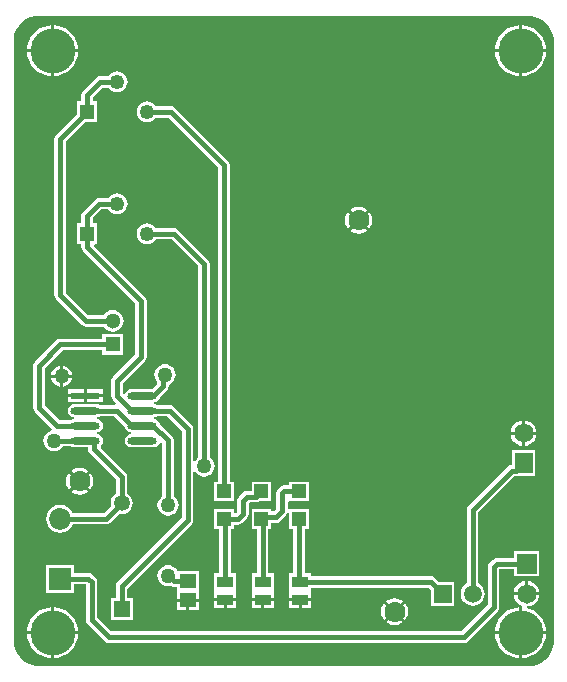
<source format=gbr>
%TF.GenerationSoftware,Altium Limited,Altium Designer,20.0.10 (225)*%
G04 Layer_Physical_Order=1*
G04 Layer_Color=255*
%FSLAX26Y26*%
%MOIN*%
%TF.FileFunction,Copper,L1,Top,Signal*%
%TF.Part,Single*%
G01*
G75*
%TA.AperFunction,SMDPad,CuDef*%
G04:AMPARAMS|DCode=10|XSize=97.211mil|YSize=24.493mil|CornerRadius=12.247mil|HoleSize=0mil|Usage=FLASHONLY|Rotation=0.000|XOffset=0mil|YOffset=0mil|HoleType=Round|Shape=RoundedRectangle|*
%AMROUNDEDRECTD10*
21,1,0.097211,0.000000,0,0,0.0*
21,1,0.072718,0.024493,0,0,0.0*
1,1,0.024493,0.036359,0.000000*
1,1,0.024493,-0.036359,0.000000*
1,1,0.024493,-0.036359,0.000000*
1,1,0.024493,0.036359,0.000000*
%
%ADD10ROUNDEDRECTD10*%
%ADD11R,0.097211X0.024493*%
%ADD12R,0.053150X0.037402*%
%ADD13R,0.053627X0.045581*%
%ADD14R,0.045276X0.045276*%
%TA.AperFunction,Conductor*%
%ADD15C,0.018000*%
%TA.AperFunction,ViaPad*%
%ADD16C,0.150000*%
%TA.AperFunction,ComponentPad*%
%ADD17R,0.059055X0.059055*%
%ADD18C,0.059055*%
%TA.AperFunction,ViaPad*%
%ADD19C,0.070000*%
%TA.AperFunction,ComponentPad*%
%ADD20R,0.072835X0.072835*%
%ADD21C,0.072835*%
%ADD22R,0.053150X0.053150*%
%ADD23C,0.053150*%
%ADD24C,0.051181*%
%ADD25R,0.051181X0.051181*%
%ADD26R,0.049213X0.049213*%
%ADD27C,0.049213*%
%ADD28R,0.065000X0.065000*%
%ADD29C,0.065000*%
%ADD30R,0.059055X0.065000*%
%TA.AperFunction,ViaPad*%
%ADD31C,0.050000*%
G36*
X4999160Y3162559D02*
X5014363Y3156795D01*
X5028149Y3148176D01*
X5039988Y3137033D01*
X5049426Y3123794D01*
X5056100Y3108968D01*
X5059754Y3093126D01*
X5060000Y3085000D01*
X5060000Y3085000D01*
Y1085000D01*
X5060246Y1076874D01*
X5057559Y1060840D01*
X5051795Y1045637D01*
X5043176Y1031851D01*
X5032033Y1020012D01*
X5018794Y1010574D01*
X5003968Y1003900D01*
X4988126Y1000246D01*
X4980000Y1000000D01*
X4980000Y1000000D01*
Y1000000D01*
X3345000Y1000000D01*
X3336874Y999754D01*
X3320840Y1002441D01*
X3305637Y1008205D01*
X3291851Y1016824D01*
X3280012Y1027967D01*
X3270574Y1041206D01*
X3263900Y1056032D01*
X3260246Y1071874D01*
X3260000Y1080000D01*
Y3080000D01*
X3260000D01*
X3259754Y3088126D01*
X3262441Y3104160D01*
X3268205Y3119363D01*
X3276824Y3133149D01*
X3287967Y3144988D01*
X3301206Y3154426D01*
X3316032Y3161100D01*
X3331874Y3164754D01*
X3340000Y3165000D01*
X4975000D01*
X4983126Y3165246D01*
X4999160Y3162559D01*
D02*
G37*
%LPC*%
G36*
X4955000Y3134919D02*
Y3055000D01*
X5034919D01*
X5033770Y3066663D01*
X5028910Y3082686D01*
X5021017Y3097452D01*
X5010395Y3110395D01*
X4997452Y3121017D01*
X4982685Y3128910D01*
X4966663Y3133770D01*
X4955000Y3134919D01*
D02*
G37*
G36*
X4945000D02*
X4933337Y3133770D01*
X4917315Y3128910D01*
X4902548Y3121017D01*
X4889605Y3110395D01*
X4878983Y3097452D01*
X4871090Y3082686D01*
X4866230Y3066663D01*
X4865081Y3055000D01*
X4945000D01*
Y3134919D01*
D02*
G37*
G36*
X3395000D02*
Y3055000D01*
X3474919D01*
X3473770Y3066663D01*
X3468910Y3082686D01*
X3461017Y3097452D01*
X3450395Y3110395D01*
X3437452Y3121017D01*
X3422686Y3128910D01*
X3406663Y3133770D01*
X3395000Y3134919D01*
D02*
G37*
G36*
X3385000D02*
X3373337Y3133770D01*
X3357314Y3128910D01*
X3342548Y3121017D01*
X3329605Y3110395D01*
X3318983Y3097452D01*
X3311090Y3082686D01*
X3306230Y3066663D01*
X3305081Y3055000D01*
X3385000D01*
Y3134919D01*
D02*
G37*
G36*
X5034919Y3045000D02*
X4955000D01*
Y2965081D01*
X4966663Y2966230D01*
X4982685Y2971090D01*
X4997452Y2978983D01*
X5010395Y2989605D01*
X5021017Y3002548D01*
X5028910Y3017314D01*
X5033770Y3033337D01*
X5034919Y3045000D01*
D02*
G37*
G36*
X4945000D02*
X4865081D01*
X4866230Y3033337D01*
X4871090Y3017314D01*
X4878983Y3002548D01*
X4889605Y2989605D01*
X4902548Y2978983D01*
X4917315Y2971090D01*
X4933337Y2966230D01*
X4945000Y2965081D01*
Y3045000D01*
D02*
G37*
G36*
X3474919D02*
X3395000D01*
Y2965081D01*
X3406663Y2966230D01*
X3422686Y2971090D01*
X3437452Y2978983D01*
X3450395Y2989605D01*
X3461017Y3002548D01*
X3468910Y3017314D01*
X3473770Y3033337D01*
X3474919Y3045000D01*
D02*
G37*
G36*
X3385000D02*
X3305081D01*
X3306230Y3033337D01*
X3311090Y3017314D01*
X3318983Y3002548D01*
X3329605Y2989605D01*
X3342548Y2978983D01*
X3357314Y2971090D01*
X3373337Y2966230D01*
X3385000Y2965081D01*
Y3045000D01*
D02*
G37*
G36*
X3605000Y2981283D02*
X3595966Y2980093D01*
X3587548Y2976606D01*
X3580318Y2971059D01*
X3576245Y2965750D01*
X3548774D01*
X3541361Y2964276D01*
X3535076Y2960076D01*
X3491302Y2916302D01*
X3487102Y2910017D01*
X3485628Y2902604D01*
Y2880984D01*
X3470394D01*
Y2839168D01*
X3401302Y2770076D01*
X3397102Y2763791D01*
X3395628Y2756378D01*
Y2235000D01*
X3397102Y2227587D01*
X3401302Y2221302D01*
X3486932Y2135672D01*
X3493217Y2131472D01*
X3500630Y2129998D01*
X3560732D01*
X3565345Y2123987D01*
X3572780Y2118282D01*
X3581437Y2114696D01*
X3590728Y2113472D01*
X3600019Y2114696D01*
X3608677Y2118282D01*
X3616112Y2123987D01*
X3621816Y2131421D01*
X3625403Y2140079D01*
X3626626Y2149370D01*
X3625403Y2158661D01*
X3621816Y2167319D01*
X3616112Y2174753D01*
X3608677Y2180458D01*
X3600019Y2184044D01*
X3590728Y2185268D01*
X3581437Y2184044D01*
X3572780Y2180458D01*
X3565345Y2174753D01*
X3560732Y2168742D01*
X3508654D01*
X3434372Y2243024D01*
Y2748354D01*
X3497790Y2811772D01*
X3539606D01*
Y2880984D01*
X3524372D01*
Y2894579D01*
X3556799Y2927006D01*
X3576245D01*
X3580318Y2921697D01*
X3587548Y2916149D01*
X3595966Y2912662D01*
X3605000Y2911473D01*
X3614034Y2912662D01*
X3622452Y2916149D01*
X3629682Y2921697D01*
X3635229Y2928926D01*
X3638715Y2937344D01*
X3639905Y2946378D01*
X3638715Y2955412D01*
X3635229Y2963830D01*
X3629682Y2971059D01*
X3622452Y2976606D01*
X3614034Y2980093D01*
X3605000Y2981283D01*
D02*
G37*
G36*
Y2574905D02*
X3595966Y2573715D01*
X3587548Y2570229D01*
X3580318Y2564682D01*
X3576245Y2559372D01*
X3545000D01*
X3537587Y2557898D01*
X3531302Y2553698D01*
X3491302Y2513698D01*
X3487102Y2507413D01*
X3485628Y2500000D01*
Y2474606D01*
X3470394D01*
Y2405394D01*
X3485628D01*
Y2395858D01*
X3487102Y2388445D01*
X3491302Y2382160D01*
X3665628Y2207834D01*
Y2038024D01*
X3591302Y1963698D01*
X3587102Y1957413D01*
X3585628Y1950000D01*
Y1898330D01*
X3587102Y1890917D01*
X3591302Y1884632D01*
X3601562Y1874372D01*
X3599490Y1869372D01*
X3547051D01*
X3544681Y1870956D01*
X3536001Y1872682D01*
X3463283D01*
X3454603Y1870956D01*
X3447244Y1866039D01*
X3442327Y1858680D01*
X3440601Y1850000D01*
X3442327Y1841320D01*
X3447244Y1833961D01*
X3454603Y1829044D01*
X3462119Y1827549D01*
Y1822451D01*
X3454603Y1820956D01*
X3452233Y1819372D01*
X3413024D01*
X3364372Y1868024D01*
Y1991976D01*
X3423654Y2051258D01*
X3555138D01*
Y2035040D01*
X3626319D01*
Y2106220D01*
X3555138D01*
Y2090002D01*
X3415630D01*
X3408216Y2088528D01*
X3401932Y2084328D01*
X3331302Y2013698D01*
X3327102Y2007413D01*
X3325628Y2000000D01*
Y1860000D01*
X3327102Y1852587D01*
X3331302Y1846302D01*
X3388159Y1789445D01*
X3386367Y1784165D01*
X3385863Y1784099D01*
X3377349Y1780572D01*
X3370038Y1774962D01*
X3364428Y1767651D01*
X3360901Y1759137D01*
X3359698Y1750000D01*
X3360901Y1740863D01*
X3364428Y1732349D01*
X3370038Y1725038D01*
X3377349Y1719428D01*
X3385863Y1715901D01*
X3395000Y1714698D01*
X3404137Y1715901D01*
X3412651Y1719428D01*
X3419962Y1725038D01*
X3424252Y1730628D01*
X3452233D01*
X3454603Y1729044D01*
X3463283Y1727318D01*
X3508200D01*
Y1722069D01*
X3509675Y1714656D01*
X3513874Y1708371D01*
X3600628Y1621618D01*
Y1573402D01*
X3593914Y1568251D01*
X3588052Y1560611D01*
X3584367Y1551713D01*
X3583110Y1542165D01*
X3584214Y1533776D01*
X3559810Y1509372D01*
X3457217D01*
X3455545Y1513409D01*
X3448105Y1523105D01*
X3438409Y1530545D01*
X3427117Y1535223D01*
X3415000Y1536818D01*
X3402883Y1535223D01*
X3391591Y1530545D01*
X3381895Y1523105D01*
X3374455Y1513409D01*
X3369778Y1502117D01*
X3368182Y1490000D01*
X3369778Y1477883D01*
X3374455Y1466591D01*
X3381895Y1456895D01*
X3391591Y1449455D01*
X3402883Y1444777D01*
X3415000Y1443182D01*
X3427117Y1444777D01*
X3438409Y1449455D01*
X3448105Y1456895D01*
X3455545Y1466591D01*
X3457217Y1470628D01*
X3567835D01*
X3575248Y1472102D01*
X3581533Y1476302D01*
X3611610Y1506380D01*
X3620000Y1505275D01*
X3629548Y1506532D01*
X3638445Y1510217D01*
X3646086Y1516080D01*
X3651948Y1523720D01*
X3655633Y1532618D01*
X3656890Y1542165D01*
X3655633Y1551713D01*
X3651948Y1560611D01*
X3646086Y1568251D01*
X3639372Y1573402D01*
Y1629642D01*
X3637898Y1637055D01*
X3633698Y1643340D01*
X3550272Y1726766D01*
X3550906Y1733204D01*
X3552039Y1733961D01*
X3556956Y1741320D01*
X3558683Y1750000D01*
X3556956Y1758680D01*
X3552039Y1766039D01*
X3544681Y1770956D01*
X3537164Y1772451D01*
Y1777549D01*
X3544681Y1779044D01*
X3552039Y1783961D01*
X3556956Y1791320D01*
X3558683Y1800000D01*
X3556956Y1808680D01*
X3552039Y1816039D01*
X3544681Y1820956D01*
X3537164Y1822451D01*
Y1827549D01*
X3544681Y1829044D01*
X3547051Y1830628D01*
X3595306D01*
X3631818Y1794116D01*
X3632374Y1791320D01*
X3637291Y1783961D01*
X3644650Y1779044D01*
X3652166Y1777549D01*
Y1772451D01*
X3644650Y1770956D01*
X3637291Y1766039D01*
X3632374Y1758680D01*
X3630648Y1750000D01*
X3632374Y1741320D01*
X3637291Y1733961D01*
X3644650Y1729044D01*
X3653330Y1727318D01*
X3726048D01*
X3734728Y1729044D01*
X3742087Y1733961D01*
X3747004Y1741320D01*
X3747581Y1744222D01*
X3752197Y1745715D01*
X3755628Y1742802D01*
Y1564252D01*
X3750038Y1559962D01*
X3744428Y1552651D01*
X3740901Y1544137D01*
X3739698Y1535000D01*
X3740901Y1525863D01*
X3744428Y1517349D01*
X3750038Y1510038D01*
X3757349Y1504428D01*
X3765863Y1500901D01*
X3775000Y1499698D01*
X3784137Y1500901D01*
X3792651Y1504428D01*
X3799962Y1510038D01*
X3805572Y1517349D01*
X3809099Y1525863D01*
X3810302Y1535000D01*
X3809099Y1544137D01*
X3805572Y1552651D01*
X3799962Y1559962D01*
X3794372Y1564252D01*
Y1751048D01*
X3792898Y1758461D01*
X3788698Y1764746D01*
X3747560Y1805884D01*
X3747004Y1808680D01*
X3742087Y1816039D01*
X3734728Y1820956D01*
X3727211Y1822451D01*
Y1827549D01*
X3734728Y1829044D01*
X3737098Y1830628D01*
X3771976D01*
X3820628Y1781976D01*
Y1493024D01*
X3606302Y1278698D01*
X3602102Y1272413D01*
X3600628Y1265000D01*
Y1224409D01*
X3583425D01*
Y1151260D01*
X3656575D01*
Y1224409D01*
X3639372D01*
Y1256976D01*
X3853698Y1471302D01*
X3857898Y1477587D01*
X3859372Y1485000D01*
Y1646488D01*
X3864372Y1647483D01*
X3864428Y1647349D01*
X3870038Y1640038D01*
X3877349Y1634428D01*
X3885863Y1630901D01*
X3895000Y1629698D01*
X3904137Y1630901D01*
X3912651Y1634428D01*
X3919962Y1640038D01*
X3925572Y1647349D01*
X3929099Y1655863D01*
X3930302Y1665000D01*
X3929099Y1674137D01*
X3925572Y1682651D01*
X3919962Y1689962D01*
X3914372Y1694252D01*
Y2340000D01*
X3912898Y2347413D01*
X3908698Y2353698D01*
X3808698Y2453698D01*
X3802413Y2457898D01*
X3795000Y2459372D01*
X3733755D01*
X3729682Y2464682D01*
X3722452Y2470229D01*
X3714034Y2473715D01*
X3705000Y2474905D01*
X3695966Y2473715D01*
X3687548Y2470229D01*
X3680318Y2464682D01*
X3674771Y2457452D01*
X3671285Y2449034D01*
X3670095Y2440000D01*
X3671285Y2430966D01*
X3674771Y2422548D01*
X3680318Y2415318D01*
X3687548Y2409771D01*
X3695966Y2406285D01*
X3705000Y2405095D01*
X3714034Y2406285D01*
X3722452Y2409771D01*
X3729682Y2415318D01*
X3733755Y2420628D01*
X3786976D01*
X3875628Y2331976D01*
Y1694252D01*
X3870038Y1689962D01*
X3864428Y1682651D01*
X3864372Y1682517D01*
X3859372Y1683512D01*
Y1790000D01*
X3857898Y1797414D01*
X3853698Y1803698D01*
X3793698Y1863698D01*
X3787413Y1867898D01*
X3780000Y1869372D01*
X3737098D01*
X3734728Y1870956D01*
X3727211Y1872451D01*
Y1877549D01*
X3734728Y1879044D01*
X3742087Y1883961D01*
X3747004Y1891320D01*
X3747560Y1894116D01*
X3771045Y1917600D01*
X3775244Y1923885D01*
X3776719Y1931299D01*
Y1936970D01*
X3782651Y1939428D01*
X3789962Y1945038D01*
X3795572Y1952349D01*
X3799099Y1960863D01*
X3800302Y1970000D01*
X3799099Y1979137D01*
X3795572Y1987651D01*
X3789962Y1994962D01*
X3782651Y2000572D01*
X3774137Y2004099D01*
X3765000Y2005302D01*
X3755863Y2004099D01*
X3747349Y2000572D01*
X3740038Y1994962D01*
X3734428Y1987651D01*
X3730901Y1979137D01*
X3729698Y1970000D01*
X3730901Y1960863D01*
X3734428Y1952349D01*
X3737974Y1947727D01*
Y1939323D01*
X3721334Y1922682D01*
X3653330D01*
X3644650Y1920956D01*
X3637291Y1916039D01*
X3632374Y1908680D01*
X3632116Y1907382D01*
X3626915Y1905624D01*
X3624372Y1907708D01*
Y1941976D01*
X3698698Y2016302D01*
X3702898Y2022587D01*
X3704372Y2030000D01*
Y2215858D01*
X3702898Y2223271D01*
X3698698Y2229556D01*
X3527861Y2400394D01*
X3529932Y2405394D01*
X3539606D01*
Y2474606D01*
X3524372D01*
Y2491976D01*
X3553024Y2520628D01*
X3576245D01*
X3580318Y2515318D01*
X3587548Y2509771D01*
X3595966Y2506285D01*
X3605000Y2505095D01*
X3614034Y2506285D01*
X3622452Y2509771D01*
X3629682Y2515318D01*
X3635229Y2522548D01*
X3638715Y2530966D01*
X3639905Y2540000D01*
X3638715Y2549034D01*
X3635229Y2557452D01*
X3629682Y2564682D01*
X3622452Y2570229D01*
X3614034Y2573715D01*
X3605000Y2574905D01*
D02*
G37*
G36*
X4410000Y2530388D02*
X4398253Y2528842D01*
X4387306Y2524307D01*
X4381907Y2520164D01*
X4410000Y2492071D01*
X4438093Y2520164D01*
X4432694Y2524307D01*
X4421747Y2528842D01*
X4410000Y2530388D01*
D02*
G37*
G36*
X4374836Y2513093D02*
X4370693Y2507694D01*
X4366158Y2496747D01*
X4364612Y2485000D01*
X4366158Y2473253D01*
X4370693Y2462306D01*
X4374836Y2456907D01*
X4402929Y2485000D01*
X4374836Y2513093D01*
D02*
G37*
G36*
X4445164D02*
X4417071Y2485000D01*
X4445164Y2456907D01*
X4449307Y2462306D01*
X4453842Y2473253D01*
X4455388Y2485000D01*
X4453842Y2496747D01*
X4449307Y2507694D01*
X4445164Y2513093D01*
D02*
G37*
G36*
X4410000Y2477929D02*
X4381907Y2449836D01*
X4387306Y2445693D01*
X4398253Y2441158D01*
X4410000Y2439612D01*
X4421747Y2441158D01*
X4432694Y2445693D01*
X4438093Y2449836D01*
X4410000Y2477929D01*
D02*
G37*
G36*
X3425000Y1999644D02*
Y1970000D01*
X3454644D01*
X3454099Y1974137D01*
X3450572Y1982651D01*
X3444962Y1989962D01*
X3437651Y1995572D01*
X3429137Y1999099D01*
X3425000Y1999644D01*
D02*
G37*
G36*
X3415000D02*
X3410863Y1999099D01*
X3402349Y1995572D01*
X3395038Y1989962D01*
X3389428Y1982651D01*
X3385901Y1974137D01*
X3385356Y1970000D01*
X3415000D01*
Y1999644D01*
D02*
G37*
G36*
X3454644Y1960000D02*
X3425000D01*
Y1930356D01*
X3429137Y1930901D01*
X3437651Y1934428D01*
X3444962Y1940038D01*
X3450572Y1947349D01*
X3454099Y1955863D01*
X3454644Y1960000D01*
D02*
G37*
G36*
X3415000D02*
X3385356D01*
X3385901Y1955863D01*
X3389428Y1947349D01*
X3395038Y1940038D01*
X3402349Y1934428D01*
X3410863Y1930901D01*
X3415000Y1930356D01*
Y1960000D01*
D02*
G37*
G36*
X3558247Y1922247D02*
X3504642D01*
Y1905000D01*
X3558247D01*
Y1922247D01*
D02*
G37*
G36*
X3494642D02*
X3441036D01*
Y1905000D01*
X3494642D01*
Y1922247D01*
D02*
G37*
G36*
X3558247Y1895000D02*
X3504642D01*
Y1877753D01*
X3558247D01*
Y1895000D01*
D02*
G37*
G36*
X3494642D02*
X3441036D01*
Y1877753D01*
X3494642D01*
Y1895000D01*
D02*
G37*
G36*
X4965000Y1817208D02*
Y1780000D01*
X5002208D01*
X5001406Y1786095D01*
X4997124Y1796433D01*
X4990311Y1805311D01*
X4981433Y1812124D01*
X4971095Y1816406D01*
X4965000Y1817208D01*
D02*
G37*
G36*
X4955000D02*
X4948905Y1816406D01*
X4938567Y1812124D01*
X4929689Y1805311D01*
X4922876Y1796433D01*
X4918594Y1786095D01*
X4917792Y1780000D01*
X4955000D01*
Y1817208D01*
D02*
G37*
G36*
X5002208Y1770000D02*
X4965000D01*
Y1732792D01*
X4971095Y1733594D01*
X4981433Y1737876D01*
X4990311Y1744689D01*
X4997124Y1753567D01*
X5001406Y1763905D01*
X5002208Y1770000D01*
D02*
G37*
G36*
X4955000D02*
X4917792D01*
X4918594Y1763905D01*
X4922876Y1753567D01*
X4929689Y1744689D01*
X4938567Y1737876D01*
X4948905Y1733594D01*
X4955000Y1732792D01*
Y1770000D01*
D02*
G37*
G36*
X3480000Y1660388D02*
X3468253Y1658842D01*
X3457306Y1654307D01*
X3451907Y1650164D01*
X3480000Y1622071D01*
X3508093Y1650164D01*
X3502694Y1654307D01*
X3491747Y1658842D01*
X3480000Y1660388D01*
D02*
G37*
G36*
X3444836Y1643093D02*
X3440693Y1637694D01*
X3436158Y1626747D01*
X3434612Y1615000D01*
X3436158Y1603253D01*
X3440693Y1592306D01*
X3444836Y1586907D01*
X3472929Y1615000D01*
X3444836Y1643093D01*
D02*
G37*
G36*
X3515164D02*
X3487071Y1615000D01*
X3515164Y1586907D01*
X3519307Y1592306D01*
X3523842Y1603253D01*
X3525388Y1615000D01*
X3523842Y1626747D01*
X3519307Y1637694D01*
X3515164Y1643093D01*
D02*
G37*
G36*
X3480000Y1607929D02*
X3451907Y1579836D01*
X3457306Y1575693D01*
X3468253Y1571158D01*
X3480000Y1569612D01*
X3491747Y1571158D01*
X3502694Y1575693D01*
X3508093Y1579836D01*
X3480000Y1607929D01*
D02*
G37*
G36*
X3705000Y2881283D02*
X3695966Y2880093D01*
X3687548Y2876606D01*
X3680318Y2871059D01*
X3674771Y2863830D01*
X3671285Y2855412D01*
X3670095Y2846378D01*
X3671285Y2837344D01*
X3674771Y2828926D01*
X3680318Y2821697D01*
X3687548Y2816149D01*
X3695966Y2812662D01*
X3705000Y2811473D01*
X3714034Y2812662D01*
X3722452Y2816149D01*
X3729682Y2821697D01*
X3733755Y2827006D01*
X3775598D01*
X3941532Y2661072D01*
Y1613898D01*
X3928266D01*
Y1548622D01*
X3993541D01*
Y1613898D01*
X3980276D01*
Y2669096D01*
X3978801Y2676510D01*
X3974602Y2682794D01*
X3797320Y2860076D01*
X3791035Y2864276D01*
X3783622Y2865750D01*
X3733755D01*
X3729682Y2871059D01*
X3722452Y2876606D01*
X3714034Y2880093D01*
X3705000Y2881283D01*
D02*
G37*
G36*
X4243701Y1613898D02*
X4178425D01*
Y1600632D01*
X4160858D01*
X4153444Y1599157D01*
X4147160Y1594958D01*
X4141302Y1589100D01*
X4137102Y1582815D01*
X4135628Y1575402D01*
Y1523024D01*
X4126976Y1514372D01*
X4118621D01*
Y1521378D01*
X4053345D01*
Y1456102D01*
X4070548D01*
Y1308228D01*
X4053345D01*
Y1254173D01*
X4053345Y1250827D01*
X4053345Y1245827D01*
Y1225473D01*
X4089920D01*
X4126495D01*
Y1245827D01*
X4126495Y1249173D01*
X4126495Y1254173D01*
Y1308228D01*
X4109292D01*
Y1456102D01*
X4118621D01*
Y1475628D01*
X4135000D01*
X4142413Y1477102D01*
X4148698Y1481302D01*
X4168698Y1501302D01*
X4172898Y1507587D01*
X4173425Y1510238D01*
X4178425Y1509746D01*
Y1456102D01*
X4191691D01*
Y1308228D01*
X4178425D01*
Y1254173D01*
X4178425Y1250827D01*
X4178425Y1245827D01*
Y1225473D01*
X4215000D01*
X4251575D01*
Y1245827D01*
X4251575Y1249173D01*
X4251575Y1254173D01*
Y1260155D01*
X4642448D01*
X4650472Y1252131D01*
Y1200473D01*
X4729528D01*
Y1279527D01*
X4677869D01*
X4664171Y1293226D01*
X4657886Y1297425D01*
X4650472Y1298900D01*
X4251575D01*
Y1308228D01*
X4230435D01*
Y1456102D01*
X4243701D01*
Y1521378D01*
X4179372D01*
X4178425Y1521378D01*
X4174372Y1523665D01*
Y1546335D01*
X4178425Y1548622D01*
X4243701D01*
Y1613898D01*
D02*
G37*
G36*
X4118621D02*
X4053345D01*
Y1582994D01*
X4038622D01*
X4031209Y1581520D01*
X4024924Y1577320D01*
X4011302Y1563698D01*
X4007102Y1557413D01*
X4005628Y1550000D01*
Y1513024D01*
X4000716Y1508112D01*
X3993541D01*
Y1521378D01*
X3928266D01*
Y1456102D01*
X3945468D01*
Y1308228D01*
X3928266D01*
Y1254173D01*
X3928266Y1250827D01*
X3928266Y1245827D01*
Y1225473D01*
X3964841D01*
X4001416D01*
Y1245827D01*
X4001416Y1249173D01*
X4001416Y1254173D01*
Y1308228D01*
X3984213D01*
Y1456102D01*
X3993541D01*
Y1469368D01*
X4008740D01*
X4016154Y1470843D01*
X4022438Y1475042D01*
X4038698Y1491302D01*
X4042898Y1497586D01*
X4044372Y1505000D01*
Y1541976D01*
X4046646Y1544250D01*
X4068345D01*
X4075759Y1545724D01*
X4080095Y1548622D01*
X4118621D01*
Y1613898D01*
D02*
G37*
G36*
X4975000Y1282208D02*
Y1245000D01*
X5012208D01*
X5011406Y1251095D01*
X5007124Y1261433D01*
X5000311Y1270311D01*
X4991433Y1277124D01*
X4981095Y1281406D01*
X4975000Y1282208D01*
D02*
G37*
G36*
X4965000D02*
X4958905Y1281406D01*
X4948567Y1277124D01*
X4939689Y1270311D01*
X4932876Y1261433D01*
X4928594Y1251095D01*
X4927792Y1245000D01*
X4965000D01*
Y1282208D01*
D02*
G37*
G36*
X3775000Y1335302D02*
X3765863Y1334099D01*
X3757349Y1330572D01*
X3750038Y1324962D01*
X3744428Y1317651D01*
X3740901Y1309137D01*
X3739698Y1300000D01*
X3740901Y1290863D01*
X3744428Y1282349D01*
X3750038Y1275038D01*
X3757349Y1269428D01*
X3765863Y1265901D01*
X3775000Y1264698D01*
X3784023Y1265886D01*
X3785844Y1264669D01*
X3793258Y1263194D01*
X3803186D01*
Y1249776D01*
Y1222434D01*
X3840000D01*
X3876814D01*
Y1249776D01*
Y1315357D01*
X3806523D01*
X3805572Y1317651D01*
X3799962Y1324962D01*
X3792651Y1330572D01*
X3784137Y1334099D01*
X3775000Y1335302D01*
D02*
G37*
G36*
X4999528Y1717500D02*
X4920472D01*
Y1669845D01*
X4913059Y1668370D01*
X4906774Y1664171D01*
X4776302Y1533698D01*
X4772102Y1527413D01*
X4770628Y1520000D01*
Y1274760D01*
X4770066Y1274527D01*
X4761809Y1268191D01*
X4755473Y1259934D01*
X4751490Y1250319D01*
X4750131Y1240000D01*
X4751490Y1229681D01*
X4755473Y1220066D01*
X4761809Y1211809D01*
X4770066Y1205473D01*
X4779681Y1201490D01*
X4790000Y1200131D01*
X4800319Y1201490D01*
X4809934Y1205473D01*
X4818191Y1211809D01*
X4824527Y1220066D01*
X4828510Y1229681D01*
X4829869Y1240000D01*
X4828510Y1250319D01*
X4824527Y1259934D01*
X4818191Y1268191D01*
X4809934Y1274527D01*
X4809372Y1274760D01*
Y1511976D01*
X4928497Y1631100D01*
X4935472D01*
X4942510Y1632500D01*
X4999528D01*
Y1717500D01*
D02*
G37*
G36*
X4251575Y1215473D02*
X4220000D01*
Y1191772D01*
X4251575D01*
Y1215473D01*
D02*
G37*
G36*
X4210000D02*
X4178425D01*
Y1191772D01*
X4210000D01*
Y1215473D01*
D02*
G37*
G36*
X4126495D02*
X4094920D01*
Y1191772D01*
X4126495D01*
Y1215473D01*
D02*
G37*
G36*
X4084920D02*
X4053345D01*
Y1191772D01*
X4084920D01*
Y1215473D01*
D02*
G37*
G36*
X4001416D02*
X3969841D01*
Y1191772D01*
X4001416D01*
Y1215473D01*
D02*
G37*
G36*
X3959841D02*
X3928266D01*
Y1191772D01*
X3959841D01*
Y1215473D01*
D02*
G37*
G36*
X4530000Y1225388D02*
X4518253Y1223842D01*
X4507306Y1219307D01*
X4501907Y1215164D01*
X4530000Y1187071D01*
X4558093Y1215164D01*
X4552694Y1219307D01*
X4541747Y1223842D01*
X4530000Y1225388D01*
D02*
G37*
G36*
X3876814Y1212434D02*
X3845000D01*
Y1184643D01*
X3876814D01*
Y1212434D01*
D02*
G37*
G36*
X3835000D02*
X3803186D01*
Y1184643D01*
X3835000D01*
Y1212434D01*
D02*
G37*
G36*
X4494836Y1208093D02*
X4490693Y1202694D01*
X4486158Y1191747D01*
X4484612Y1180000D01*
X4486158Y1168253D01*
X4490693Y1157306D01*
X4494836Y1151907D01*
X4522929Y1180000D01*
X4494836Y1208093D01*
D02*
G37*
G36*
X4565164D02*
X4537071Y1180000D01*
X4565164Y1151907D01*
X4569307Y1157306D01*
X4573842Y1168253D01*
X4575388Y1180000D01*
X4573842Y1191747D01*
X4569307Y1202694D01*
X4565164Y1208093D01*
D02*
G37*
G36*
X4530000Y1172929D02*
X4501907Y1144836D01*
X4507306Y1140693D01*
X4518253Y1136158D01*
X4530000Y1134612D01*
X4541747Y1136158D01*
X4552694Y1140693D01*
X4558093Y1144836D01*
X4530000Y1172929D01*
D02*
G37*
G36*
X5012208Y1235000D02*
X4970000D01*
X4927792D01*
X4928594Y1228905D01*
X4932876Y1218567D01*
X4939689Y1209689D01*
X4948567Y1202876D01*
X4955850Y1199859D01*
X4955000Y1196464D01*
Y1115000D01*
X5034919D01*
X5033770Y1126663D01*
X5028910Y1142686D01*
X5021017Y1157452D01*
X5010395Y1170395D01*
X4997452Y1181017D01*
X4982685Y1188910D01*
X4971535Y1192292D01*
X4971953Y1197390D01*
X4981095Y1198594D01*
X4991433Y1202876D01*
X5000311Y1209689D01*
X5007124Y1218567D01*
X5011406Y1228905D01*
X5012208Y1235000D01*
D02*
G37*
G36*
X4945000Y1194919D02*
X4933337Y1193770D01*
X4917315Y1188910D01*
X4902548Y1181017D01*
X4889605Y1170395D01*
X4878983Y1157452D01*
X4871090Y1142686D01*
X4866230Y1126663D01*
X4865081Y1115000D01*
X4945000D01*
Y1194919D01*
D02*
G37*
G36*
X3395000D02*
Y1115000D01*
X3474919D01*
X3473770Y1126663D01*
X3468910Y1142686D01*
X3461017Y1157452D01*
X3450395Y1170395D01*
X3437452Y1181017D01*
X3422686Y1188910D01*
X3406663Y1193770D01*
X3395000Y1194919D01*
D02*
G37*
G36*
X3385000D02*
X3373337Y1193770D01*
X3357314Y1188910D01*
X3342548Y1181017D01*
X3329605Y1170395D01*
X3318983Y1157452D01*
X3311090Y1142686D01*
X3306230Y1126663D01*
X3305081Y1115000D01*
X3385000D01*
Y1194919D01*
D02*
G37*
G36*
X5012500Y1382500D02*
X4927500D01*
Y1359372D01*
X4870544D01*
X4863131Y1357898D01*
X4856846Y1353698D01*
X4846302Y1343154D01*
X4842102Y1336869D01*
X4840628Y1329456D01*
Y1203024D01*
X4751976Y1114372D01*
X3585828D01*
X3539372Y1160828D01*
Y1279456D01*
X3537898Y1286869D01*
X3533698Y1293154D01*
X3523154Y1303698D01*
X3516869Y1307898D01*
X3509456Y1309372D01*
X3461417D01*
Y1336417D01*
X3368583D01*
Y1243583D01*
X3461417D01*
Y1270628D01*
X3500628D01*
Y1152804D01*
X3502102Y1145391D01*
X3506302Y1139106D01*
X3564106Y1081302D01*
X3570391Y1077102D01*
X3577804Y1075628D01*
X4760000D01*
X4767413Y1077102D01*
X4773698Y1081302D01*
X4873698Y1181302D01*
X4877898Y1187587D01*
X4879372Y1195000D01*
Y1320628D01*
X4927500D01*
Y1297500D01*
X5012500D01*
Y1382500D01*
D02*
G37*
G36*
X5034919Y1105000D02*
X4955000D01*
Y1025081D01*
X4966663Y1026230D01*
X4982685Y1031090D01*
X4997452Y1038983D01*
X5010395Y1049605D01*
X5021017Y1062548D01*
X5028910Y1077314D01*
X5033770Y1093337D01*
X5034919Y1105000D01*
D02*
G37*
G36*
X4945000D02*
X4865081D01*
X4866230Y1093337D01*
X4871090Y1077314D01*
X4878983Y1062548D01*
X4889605Y1049605D01*
X4902548Y1038983D01*
X4917315Y1031090D01*
X4933337Y1026230D01*
X4945000Y1025081D01*
Y1105000D01*
D02*
G37*
G36*
X3474919D02*
X3395000D01*
Y1025081D01*
X3406663Y1026230D01*
X3422686Y1031090D01*
X3437452Y1038983D01*
X3450395Y1049605D01*
X3461017Y1062548D01*
X3468910Y1077314D01*
X3473770Y1093337D01*
X3474919Y1105000D01*
D02*
G37*
G36*
X3385000D02*
X3305081D01*
X3306230Y1093337D01*
X3311090Y1077314D01*
X3318983Y1062548D01*
X3329605Y1049605D01*
X3342548Y1038983D01*
X3357314Y1031090D01*
X3373337Y1026230D01*
X3385000Y1025081D01*
Y1105000D01*
D02*
G37*
%LPD*%
D10*
X3689689Y1900000D02*
D03*
Y1850000D02*
D03*
Y1800000D02*
D03*
Y1750000D02*
D03*
X3499642D02*
D03*
Y1800000D02*
D03*
Y1850000D02*
D03*
D11*
Y1900000D02*
D03*
D12*
X4215000Y1220472D02*
D03*
Y1279528D02*
D03*
X4089920Y1220472D02*
D03*
Y1279528D02*
D03*
X3964841Y1220472D02*
D03*
Y1279528D02*
D03*
D13*
X3840000Y1217434D02*
D03*
Y1282566D02*
D03*
D14*
X4211063Y1488740D02*
D03*
Y1581260D02*
D03*
X4085983Y1488740D02*
D03*
Y1581260D02*
D03*
X3960904Y1488740D02*
D03*
Y1581260D02*
D03*
D15*
X4760000Y1095000D02*
X4860000Y1195000D01*
X4870544Y1340000D02*
X4970000D01*
X4860000Y1329456D02*
X4870544Y1340000D01*
X4860000Y1195000D02*
Y1329456D01*
X3577804Y1095000D02*
X4760000D01*
X3505000Y2440000D02*
Y2500000D01*
X3685000Y2030000D02*
Y2215858D01*
X3505000Y2395858D02*
Y2440000D01*
X3605000Y1898330D02*
Y1950000D01*
X3685000Y2030000D01*
X3405000Y1800000D02*
X3499642D01*
X3345000Y1860000D02*
Y2000000D01*
Y1860000D02*
X3405000Y1800000D01*
X3505000Y2902604D02*
X3548774Y2946378D01*
X3505000Y2846378D02*
Y2902604D01*
X3548774Y2946378D02*
X3605000D01*
X3705000Y2440000D02*
X3795000D01*
X3895000Y2340000D01*
Y1665000D02*
Y2340000D01*
X3505000Y2395858D02*
X3685000Y2215858D01*
X3415000Y2235000D02*
X3500630Y2149370D01*
X3415000Y2235000D02*
Y2756378D01*
X3500630Y2149370D02*
X3590728D01*
X3783622Y2846378D02*
X3960904Y2669096D01*
Y1581260D02*
Y2669096D01*
X3620000Y1542165D02*
Y1629642D01*
X3524573Y1750000D02*
X3527573Y1747001D01*
X3395000Y1750000D02*
X3524573D01*
X3527573Y1722069D02*
Y1747001D01*
Y1722069D02*
X3620000Y1629642D01*
X3567835Y1490000D02*
X3620000Y1542165D01*
X3415000Y1490000D02*
X3567835D01*
X3520000Y1152804D02*
X3577804Y1095000D01*
X3520000Y1152804D02*
Y1279456D01*
X3415000Y1290000D02*
X3509456D01*
X3520000Y1279456D01*
X3705000Y2846378D02*
X3783622D01*
X3415000Y2756378D02*
X3505000Y2846378D01*
X3653330Y1850000D02*
X3689689D01*
X3605000Y1898330D02*
X3653330Y1850000D01*
X3415630Y2070630D02*
X3590728D01*
X3345000Y2000000D02*
X3415630Y2070630D01*
X3689689Y1900000D02*
X3726048D01*
X3757346Y1931299D01*
Y1962346D01*
X3765000Y1970000D01*
X4215000Y1279528D02*
X4215000Y1279527D01*
X4650472D01*
X4690000Y1240000D01*
X4935472Y1650472D02*
X4960000Y1675000D01*
X4920472Y1650472D02*
X4935472D01*
X4790000Y1520000D02*
X4920472Y1650472D01*
X4790000Y1240000D02*
Y1520000D01*
X3775000Y1535000D02*
Y1751048D01*
X3620000Y1265000D02*
X3840000Y1485000D01*
X3620000Y1187835D02*
Y1265000D01*
X3840000Y1485000D02*
Y1790000D01*
X3780000Y1850000D02*
X3840000Y1790000D01*
X3793258Y1282566D02*
X3840000D01*
X3775824Y1300000D02*
X3793258Y1282566D01*
X3765000Y1300000D02*
X3775824D01*
X3689689Y1800000D02*
X3726048D01*
X3775000Y1751048D01*
X3689689Y1850000D02*
X3780000D01*
X4089920Y1279528D02*
Y1484803D01*
X4085983Y1488740D02*
X4089920Y1484803D01*
X3960904Y1488740D02*
X4008740D01*
X4025000Y1505000D01*
Y1550000D01*
X4068345Y1563622D02*
X4085983Y1581260D01*
X4038622Y1563622D02*
X4068345D01*
X4025000Y1550000D02*
X4038622Y1563622D01*
X4155000Y1515000D02*
Y1575402D01*
X4160858Y1581260D02*
X4211063D01*
X4155000Y1575402D02*
X4160858Y1581260D01*
X4135000Y1495000D02*
X4155000Y1515000D01*
X4085983Y1488740D02*
X4092243Y1495000D01*
X4135000D01*
X3960904Y1488740D02*
X3964841Y1484803D01*
Y1279528D02*
Y1484803D01*
X4211063Y1283465D02*
Y1488740D01*
Y1283465D02*
X4215000Y1279528D01*
X3545000Y2540000D02*
X3605000D01*
X3505000Y2500000D02*
X3545000Y2540000D01*
X3499642Y1850000D02*
X3603330D01*
X3653330Y1800000D01*
X3689689D01*
D16*
X4950000Y1110000D02*
D03*
X3390000D02*
D03*
X4950000Y3050000D02*
D03*
X3390000D02*
D03*
D17*
X4690000Y1240000D02*
D03*
D18*
X4790000D02*
D03*
D19*
X3480000Y1615000D02*
D03*
X4530000Y1180000D02*
D03*
X4410000Y2485000D02*
D03*
D20*
X3415000Y1290000D02*
D03*
D21*
Y1490000D02*
D03*
D22*
X3620000Y1187835D02*
D03*
D23*
Y1542165D02*
D03*
D24*
X3590728Y2149370D02*
D03*
D25*
Y2070630D02*
D03*
D26*
X3505000Y2846378D02*
D03*
Y2440000D02*
D03*
D27*
X3605000Y2946378D02*
D03*
X3705000Y2846378D02*
D03*
X3605000Y2540000D02*
D03*
X3705000Y2440000D02*
D03*
D28*
X4970000Y1340000D02*
D03*
D29*
Y1240000D02*
D03*
X4960000Y1775000D02*
D03*
D30*
Y1675000D02*
D03*
D31*
X3420000Y1965000D02*
D03*
X3895000Y1665000D02*
D03*
X3765000Y1970000D02*
D03*
X3395000Y1750000D02*
D03*
X3775000Y1535000D02*
D03*
Y1300000D02*
D03*
%TF.MD5,51b0b5b4c319a0e70d49f9c8f8ebfb55*%
M02*

</source>
